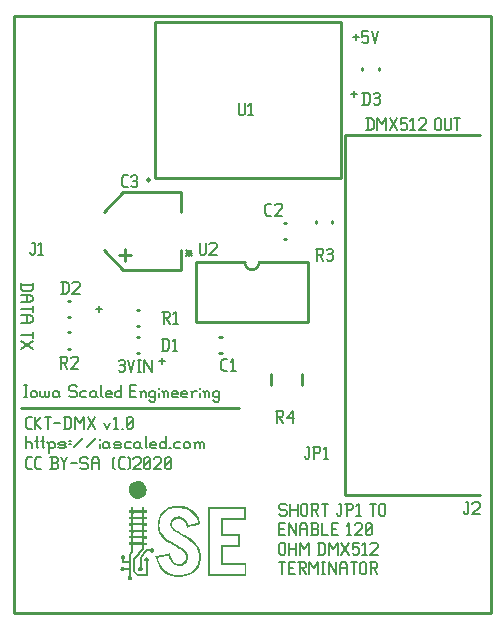
<source format=gbr>
G04 start of page 8 for group -4079 idx -4079 *
G04 Title: (unknown), topsilk *
G04 Creator: pcb 4.0.2 *
G04 CreationDate: Thu Jul  2 20:29:10 2020 UTC *
G04 For: ndholmes *
G04 Format: Gerber/RS-274X *
G04 PCB-Dimensions (mil): 3600.00 2000.00 *
G04 PCB-Coordinate-Origin: lower left *
%MOIN*%
%FSLAX25Y25*%
%LNTOPSILK*%
%ADD48C,0.0080*%
%ADD47C,0.0100*%
%ADD46C,0.0001*%
G54D46*G36*
X39043Y11709D02*X38647Y11980D01*
X38511Y12425D01*
X38565Y12740D01*
X38761Y12990D01*
X38891Y13104D01*
Y14986D01*
X38218D01*
X37741Y14981D01*
X37545Y14964D01*
X37453Y14840D01*
X37100Y14617D01*
X36672D01*
X36373Y14807D01*
X36189Y15100D01*
X36162Y15431D01*
X36270Y15724D01*
X36487Y15946D01*
X36802Y16066D01*
X37182Y16012D01*
X37491Y15773D01*
X37556Y15675D01*
X38224D01*
X38891Y15670D01*
Y17167D01*
X36558D01*
Y17900D01*
X36553Y18627D01*
X36455Y18697D01*
X36287Y18876D01*
X36178Y19093D01*
X36189Y19527D01*
X36373Y19815D01*
X36661Y19994D01*
X36997Y20026D01*
X37290Y19923D01*
X37513Y19701D01*
X37632Y19381D01*
X37578Y19006D01*
X37339Y18697D01*
X37242Y18627D01*
Y17851D01*
X38891D01*
Y20156D01*
X39357Y20748D01*
X39829Y21339D01*
Y23406D01*
X38918D01*
Y24193D01*
X43302D01*
Y25566D01*
X40486D01*
Y24193D01*
X39829D01*
Y25566D01*
X38918D01*
Y26325D01*
X39819D01*
Y27692D01*
X40502Y27719D01*
X40497Y27057D01*
X40491Y26586D01*
X40502Y26368D01*
X40567Y26358D01*
X40790Y26347D01*
X41224Y26341D01*
X41907Y26336D01*
X43302D01*
Y27719D01*
X40502D01*
X39819Y27692D01*
X38918D01*
Y28452D01*
X39829D01*
X40486Y28479D01*
X43302D01*
Y29852D01*
X40486D01*
Y28479D01*
X39829Y28452D01*
Y29824D01*
X38918D01*
Y30584D01*
X39819D01*
X39829Y31962D01*
X40486Y32005D01*
Y31327D01*
X40491Y30844D01*
X40508Y30627D01*
X40920Y30617D01*
X41907Y30611D01*
X43291D01*
X43296Y31300D01*
Y31316D01*
X43307Y32005D01*
X40486D01*
X39829Y31962D01*
X38918D01*
Y32722D01*
X39819D01*
Y34094D01*
X40502Y34148D01*
X40497Y33492D01*
X40491Y33015D01*
X40502Y32797D01*
X40567Y32787D01*
X40790Y32776D01*
X41224Y32770D01*
X41907Y32765D01*
X43307D01*
X43296Y33459D01*
X43291Y34148D01*
X40502D01*
X39819Y34094D01*
X38918D01*
Y34854D01*
X39829D01*
Y36096D01*
X40486D01*
Y34854D01*
X43302D01*
Y36096D01*
X43991D01*
Y34854D01*
X44902D01*
Y34094D01*
X43991D01*
Y32694D01*
X44902D01*
Y31935D01*
X43991D01*
Y30541D01*
X44902D01*
Y29781D01*
X43991D01*
Y28408D01*
X44902D01*
Y27649D01*
X43991D01*
Y26255D01*
X44902D01*
Y25495D01*
X43991D01*
Y24122D01*
X44902D01*
Y23336D01*
X43991D01*
X43985Y22750D01*
Y22158D01*
X42569Y20368D01*
X41148Y18583D01*
Y14574D01*
X42124Y13597D01*
X44544D01*
Y15719D01*
X44539Y16543D01*
Y17216D01*
X44533Y17672D01*
X44528Y17834D01*
X44403Y17927D01*
X44159Y18393D01*
X44294Y18909D01*
X44870Y19218D01*
X45472Y18947D01*
X45629Y18382D01*
X45331Y17872D01*
X45233Y17802D01*
Y12914D01*
X41842D01*
X40486Y14270D01*
Y18844D01*
X41896Y20623D01*
X43302Y22403D01*
Y23341D01*
X40486D01*
Y21003D01*
X39574Y19853D01*
Y13022D01*
X39640Y12990D01*
X39819Y12821D01*
X39949Y12588D01*
X39916Y12073D01*
X39569Y11693D01*
X39303Y11633D01*
X39043Y11644D01*
Y11709D01*
G37*
G36*
X54885Y12729D02*X53067Y13071D01*
X51483Y13793D01*
X50376Y14671D01*
X49432Y15778D01*
X48570Y17341D01*
X47924Y19196D01*
X47826Y19565D01*
X50246Y20081D01*
X51179Y20281D01*
X51955Y20444D01*
X52481Y20547D01*
X52682Y20580D01*
X52736Y20368D01*
X52785Y20118D01*
X52867Y19782D01*
X53230Y18757D01*
X53745Y17932D01*
X54391Y17324D01*
X55162Y16961D01*
X55400Y16918D01*
X55796Y16901D01*
X56187Y16918D01*
X56442Y16961D01*
X57462Y17547D01*
X58021Y18583D01*
X58075Y19212D01*
X58021Y19809D01*
X58623Y19983D01*
X58661Y18567D01*
X58303Y17617D01*
X57673Y16885D01*
X56816Y16424D01*
X55780Y16256D01*
X54451Y16559D01*
X53382Y17384D01*
X52590Y18627D01*
X52389Y19153D01*
X52243Y19657D01*
X52194Y19826D01*
X52145Y19842D01*
X51993Y19815D01*
X51635Y19739D01*
X51109Y19625D01*
X50479Y19489D01*
X49329Y19245D01*
X48792Y19126D01*
X48629Y19077D01*
Y19044D01*
X48678Y18860D01*
X48803Y18491D01*
X48949Y18084D01*
X49074Y17758D01*
X50072Y15979D01*
X51358Y14650D01*
X52932Y13782D01*
X54803Y13364D01*
X55199Y13353D01*
X55747D01*
X56295Y13369D01*
X56718Y13402D01*
X58048Y13657D01*
X59209Y14091D01*
X60109Y14623D01*
X60863Y15279D01*
X61466Y16060D01*
X61932Y16966D01*
X62160Y17661D01*
X62317Y18447D01*
X62366Y19402D01*
X62317Y20336D01*
X62090Y21323D01*
X61732Y22213D01*
X61211Y23032D01*
X60527Y23813D01*
X59827Y24459D01*
X59019Y25056D01*
X57945Y25717D01*
X56453Y26547D01*
X55308Y27182D01*
X54516Y27660D01*
X53963Y28061D01*
X53534Y28463D01*
X52986Y29249D01*
X52818Y30117D01*
X52964Y31159D01*
X53398Y31973D01*
X54103Y32537D01*
X55058Y32819D01*
X55639Y32836D01*
X56214Y32770D01*
X56984Y32477D01*
X57652Y31951D01*
X58227Y31186D01*
X58721Y30166D01*
X58807Y29966D01*
X58867Y29922D01*
X59030Y29971D01*
X59409Y30074D01*
X59919Y30226D01*
X60505Y30394D01*
X61081Y30562D01*
X61580Y30714D01*
X61938Y30817D01*
X62079Y30861D01*
X62052Y30985D01*
X61965Y31262D01*
X61840Y31604D01*
X61721Y31919D01*
X61043Y33134D01*
X60153Y34138D01*
X59079Y34913D01*
X57825Y35440D01*
X56068Y35743D01*
X54147Y35657D01*
X52400Y35196D01*
X51000Y34360D01*
X50300Y33633D01*
X49758Y32749D01*
X49389Y31723D01*
X49188Y30573D01*
X49161Y29797D01*
X49199Y29087D01*
X49438Y28105D01*
X49877Y27199D01*
X50517Y26358D01*
X51380Y25566D01*
X51922Y25159D01*
X52552Y24746D01*
X53355Y24269D01*
X54440Y23661D01*
X55167Y23260D01*
X55709Y22951D01*
X56133Y22696D01*
X56507Y22457D01*
X57939Y21247D01*
X58623Y19983D01*
X58021Y19809D01*
X57424Y20878D01*
X56165Y21925D01*
X55802Y22158D01*
X55395Y22403D01*
X54879Y22696D01*
X54185Y23075D01*
X52807Y23851D01*
X51792Y24480D01*
X51017Y25045D01*
X50360Y25625D01*
X49611Y26466D01*
X49074Y27350D01*
X48656Y28533D01*
X48526Y29846D01*
X48618Y31132D01*
X48911Y32331D01*
X49671Y33855D01*
X50832Y35038D01*
X52362Y35863D01*
X54234Y36302D01*
X55693Y36384D01*
X57077Y36259D01*
X58352Y35933D01*
X59491Y35407D01*
X60630Y34561D01*
X61569Y33476D01*
X62296Y32174D01*
X62789Y30671D01*
X62849Y30416D01*
X60647Y29776D01*
X59784Y29532D01*
X59079Y29331D01*
X58601Y29201D01*
X58422Y29157D01*
X58346Y29358D01*
X58118Y29960D01*
X57858Y30535D01*
X57098Y31604D01*
X56149Y32136D01*
X55514Y32201D01*
X54863Y32152D01*
X54006Y31680D01*
X53669Y31219D01*
X53485Y30622D01*
X53447Y30139D01*
X53485Y29727D01*
X53832Y29076D01*
X54559Y28408D01*
X54912Y28164D01*
X55351Y27888D01*
X55926Y27562D01*
X56697Y27139D01*
X57565Y26667D01*
X58248Y26282D01*
X58807Y25951D01*
X59285Y25642D01*
X60511Y24714D01*
X61477Y23726D01*
X62204Y22674D01*
X62692Y21534D01*
X62968Y20162D01*
X62974Y18730D01*
X62719Y17330D01*
X62209Y16066D01*
X61412Y14948D01*
X60370Y14037D01*
X59100Y13359D01*
X57635Y12914D01*
X56257Y12740D01*
X54885Y12735D01*
Y12729D01*
G37*
G36*
X65470Y24535D02*X66110Y24540D01*
X66104Y13641D01*
X77530D01*
Y16798D01*
X69756D01*
Y23319D01*
X75441D01*
Y26488D01*
X69756D01*
Y32271D01*
X77216D01*
Y35440D01*
X66121D01*
X66110Y24540D01*
X65470Y24535D01*
Y36064D01*
X77850D01*
Y31653D01*
X70390D01*
Y27133D01*
X76071D01*
Y22723D01*
X70407D01*
X70396Y20091D01*
X70390Y17460D01*
X78154D01*
Y13022D01*
X65470D01*
Y24535D01*
G37*
G36*
X42607Y14623D02*X42325Y14812D01*
X42146Y15100D01*
X42141Y15534D01*
X42368Y15887D01*
X42499Y15979D01*
X42510Y16440D01*
X42515Y17552D01*
Y19126D01*
X43611Y20504D01*
X44701Y21887D01*
X46031D01*
X46117Y22007D01*
X46345Y22202D01*
X46497Y22267D01*
X46703Y22278D01*
X46904Y22272D01*
X47056Y22202D01*
X47278Y22012D01*
X47414Y21768D01*
X47430Y21486D01*
X47365Y21214D01*
X47089Y20927D01*
X46703Y20813D01*
X46145Y21062D01*
X46020Y21198D01*
X45032D01*
X44115Y20043D01*
X43204Y18887D01*
Y15990D01*
X43307Y15919D01*
X43567Y15523D01*
X43535Y15024D01*
X43150Y14650D01*
X42607Y14617D01*
Y14623D01*
G37*
G36*
X41441Y38782D02*X40556Y39069D01*
X39791Y39628D01*
X39243Y40360D01*
X38956Y41223D01*
X38918Y41863D01*
X38999Y42482D01*
X39309Y43247D01*
X39829Y43898D01*
X40676Y44473D01*
X41647Y44716D01*
X42656Y44629D01*
X43600Y44202D01*
X44153Y43697D01*
X44577Y43079D01*
X44810Y42395D01*
X44880Y41668D01*
X44772Y40941D01*
X44506Y40268D01*
X44099Y39720D01*
X43584Y39275D01*
X42982Y38955D01*
X42331Y38782D01*
X41880Y38760D01*
X41441Y38782D01*
G37*
G54D47*X500Y199500D02*X159500D01*
Y500D01*
X500D01*
Y199500D01*
X3000Y69000D02*X75500D01*
X47500Y180000D02*Y171000D01*
G54D48*X118500Y165500D02*Y161500D01*
X119800Y165500D02*X120500Y164800D01*
Y162200D01*
X119800Y161500D02*X120500Y162200D01*
X118000Y161500D02*X119800D01*
X118000Y165500D02*X119800D01*
X121700D02*Y161500D01*
Y165500D02*X123200Y163500D01*
X124700Y165500D01*
Y161500D01*
X125900D02*X128400Y165500D01*
X125900D02*X128400Y161500D01*
X129600Y165500D02*X131600D01*
X129600D02*Y163500D01*
X130100Y164000D01*
X131100D01*
X131600Y163500D01*
Y162000D01*
X131100Y161500D02*X131600Y162000D01*
X130100Y161500D02*X131100D01*
X129600Y162000D02*X130100Y161500D01*
X132800Y164700D02*X133600Y165500D01*
Y161500D01*
X132800D02*X134300D01*
X135500Y165000D02*X136000Y165500D01*
X137500D01*
X138000Y165000D01*
Y164000D01*
X135500Y161500D02*X138000Y164000D01*
X135500Y161500D02*X138000D01*
X141000Y165000D02*Y162000D01*
Y165000D02*X141500Y165500D01*
X142500D01*
X143000Y165000D01*
Y162000D01*
X142500Y161500D02*X143000Y162000D01*
X141500Y161500D02*X142500D01*
X141000Y162000D02*X141500Y161500D01*
X144200Y165500D02*Y162000D01*
X144700Y161500D01*
X145700D01*
X146200Y162000D01*
Y165500D02*Y162000D01*
X147400Y165500D02*X149400D01*
X148400D02*Y161500D01*
X113000Y173500D02*X115000D01*
X114000Y174500D02*Y172500D01*
X91000Y37000D02*X91500Y36500D01*
X89500Y37000D02*X91000D01*
X89000Y36500D02*X89500Y37000D01*
X89000Y36500D02*Y35500D01*
X89500Y35000D01*
X91000D01*
X91500Y34500D01*
Y33500D01*
X91000Y33000D02*X91500Y33500D01*
X89500Y33000D02*X91000D01*
X89000Y33500D02*X89500Y33000D01*
X92700Y37000D02*Y33000D01*
X95200Y37000D02*Y33000D01*
X92700Y35000D02*X95200D01*
X96400Y36500D02*Y33500D01*
Y36500D02*X96900Y37000D01*
X97900D01*
X98400Y36500D01*
Y33500D01*
X97900Y33000D02*X98400Y33500D01*
X96900Y33000D02*X97900D01*
X96400Y33500D02*X96900Y33000D01*
X99600Y37000D02*X101600D01*
X102100Y36500D01*
Y35500D01*
X101600Y35000D02*X102100Y35500D01*
X100100Y35000D02*X101600D01*
X100100Y37000D02*Y33000D01*
X100900Y35000D02*X102100Y33000D01*
X103300Y37000D02*X105300D01*
X104300D02*Y33000D01*
X109000Y37000D02*X109800D01*
Y33500D01*
X109300Y33000D02*X109800Y33500D01*
X108800Y33000D02*X109300D01*
X108300Y33500D02*X108800Y33000D01*
X108300Y34000D02*Y33500D01*
X111500Y37000D02*Y33000D01*
X111000Y37000D02*X113000D01*
X113500Y36500D01*
Y35500D01*
X113000Y35000D02*X113500Y35500D01*
X111500Y35000D02*X113000D01*
X114700Y36200D02*X115500Y37000D01*
Y33000D01*
X114700D02*X116200D01*
X119200Y37000D02*X121200D01*
X120200D02*Y33000D01*
X122400Y36500D02*Y33500D01*
Y36500D02*X122900Y37000D01*
X123900D01*
X124400Y36500D01*
Y33500D01*
X123900Y33000D02*X124400Y33500D01*
X122900Y33000D02*X123900D01*
X122400Y33500D02*X122900Y33000D01*
X89000Y28700D02*X90500D01*
X89000Y26500D02*X91000D01*
X89000Y30500D02*Y26500D01*
Y30500D02*X91000D01*
X92200D02*Y26500D01*
Y30500D02*X94700Y26500D01*
Y30500D02*Y26500D01*
X95900Y29500D02*Y26500D01*
Y29500D02*X96600Y30500D01*
X97700D01*
X98400Y29500D01*
Y26500D01*
X95900Y28500D02*X98400D01*
X99600Y26500D02*X101600D01*
X102100Y27000D01*
Y28200D02*Y27000D01*
X101600Y28700D02*X102100Y28200D01*
X100100Y28700D02*X101600D01*
X100100Y30500D02*Y26500D01*
X99600Y30500D02*X101600D01*
X102100Y30000D01*
Y29200D01*
X101600Y28700D02*X102100Y29200D01*
X103300Y30500D02*Y26500D01*
X105300D01*
X106500Y28700D02*X108000D01*
X106500Y26500D02*X108500D01*
X106500Y30500D02*Y26500D01*
Y30500D02*X108500D01*
X111500Y29700D02*X112300Y30500D01*
Y26500D01*
X111500D02*X113000D01*
X114200Y30000D02*X114700Y30500D01*
X116200D01*
X116700Y30000D01*
Y29000D01*
X114200Y26500D02*X116700Y29000D01*
X114200Y26500D02*X116700D01*
X117900Y27000D02*X118400Y26500D01*
X117900Y30000D02*Y27000D01*
Y30000D02*X118400Y30500D01*
X119400D01*
X119900Y30000D01*
Y27000D01*
X119400Y26500D02*X119900Y27000D01*
X118400Y26500D02*X119400D01*
X117900Y27500D02*X119900Y29500D01*
X89000Y17500D02*X91000D01*
X90000D02*Y13500D01*
X92200Y15700D02*X93700D01*
X92200Y13500D02*X94200D01*
X92200Y17500D02*Y13500D01*
Y17500D02*X94200D01*
X95400D02*X97400D01*
X97900Y17000D01*
Y16000D01*
X97400Y15500D02*X97900Y16000D01*
X95900Y15500D02*X97400D01*
X95900Y17500D02*Y13500D01*
X96700Y15500D02*X97900Y13500D01*
X99100Y17500D02*Y13500D01*
Y17500D02*X100600Y15500D01*
X102100Y17500D01*
Y13500D01*
X103300Y17500D02*X104300D01*
X103800D02*Y13500D01*
X103300D02*X104300D01*
X105500Y17500D02*Y13500D01*
Y17500D02*X108000Y13500D01*
Y17500D02*Y13500D01*
X109200Y16500D02*Y13500D01*
Y16500D02*X109900Y17500D01*
X111000D01*
X111700Y16500D01*
Y13500D01*
X109200Y15500D02*X111700D01*
X112900Y17500D02*X114900D01*
X113900D02*Y13500D01*
X116100Y17000D02*Y14000D01*
Y17000D02*X116600Y17500D01*
X117600D01*
X118100Y17000D01*
Y14000D01*
X117600Y13500D02*X118100Y14000D01*
X116600Y13500D02*X117600D01*
X116100Y14000D02*X116600Y13500D01*
X119300Y17500D02*X121300D01*
X121800Y17000D01*
Y16000D01*
X121300Y15500D02*X121800Y16000D01*
X119800Y15500D02*X121300D01*
X119800Y17500D02*Y13500D01*
X120600Y15500D02*X121800Y13500D01*
X89000Y23500D02*Y20500D01*
Y23500D02*X89500Y24000D01*
X90500D01*
X91000Y23500D01*
Y20500D01*
X90500Y20000D02*X91000Y20500D01*
X89500Y20000D02*X90500D01*
X89000Y20500D02*X89500Y20000D01*
X92200Y24000D02*Y20000D01*
X94700Y24000D02*Y20000D01*
X92200Y22000D02*X94700D01*
X95900Y24000D02*Y20000D01*
Y24000D02*X97400Y22000D01*
X98900Y24000D01*
Y20000D01*
X102400Y24000D02*Y20000D01*
X103700Y24000D02*X104400Y23300D01*
Y20700D01*
X103700Y20000D02*X104400Y20700D01*
X101900Y20000D02*X103700D01*
X101900Y24000D02*X103700D01*
X105600D02*Y20000D01*
Y24000D02*X107100Y22000D01*
X108600Y24000D01*
Y20000D01*
X109800D02*X112300Y24000D01*
X109800D02*X112300Y20000D01*
X113500Y24000D02*X115500D01*
X113500D02*Y22000D01*
X114000Y22500D01*
X115000D01*
X115500Y22000D01*
Y20500D01*
X115000Y20000D02*X115500Y20500D01*
X114000Y20000D02*X115000D01*
X113500Y20500D02*X114000Y20000D01*
X116700Y23200D02*X117500Y24000D01*
Y20000D01*
X116700D02*X118200D01*
X119400Y23500D02*X119900Y24000D01*
X121400D01*
X121900Y23500D01*
Y22500D01*
X119400Y20000D02*X121900Y22500D01*
X119400Y20000D02*X121900D01*
X113500Y192500D02*X115500D01*
X114500Y193500D02*Y191500D01*
X116700Y194500D02*X118700D01*
X116700D02*Y192500D01*
X117200Y193000D01*
X118200D01*
X118700Y192500D01*
Y191000D01*
X118200Y190500D02*X118700Y191000D01*
X117200Y190500D02*X118200D01*
X116700Y191000D02*X117200Y190500D01*
X119900Y194500D02*X120900Y190500D01*
X121900Y194500D01*
X3000Y110000D02*X7000D01*
Y108700D02*X6300Y108000D01*
X3700D02*X6300D01*
X3000Y108700D02*X3700Y108000D01*
X3000Y110500D02*Y108700D01*
X7000Y110500D02*Y108700D01*
X3000Y106800D02*X6000D01*
X7000Y106100D01*
Y105000D01*
X6000Y104300D01*
X3000D02*X6000D01*
X5000Y106800D02*Y104300D01*
X7000Y103100D02*Y101100D01*
X3000Y102100D02*X7000D01*
X3000Y99900D02*X6000D01*
X7000Y99200D01*
Y98100D01*
X6000Y97400D01*
X3000D02*X6000D01*
X5000Y99900D02*Y97400D01*
X7000Y94400D02*Y92400D01*
X3000Y93400D02*X7000D01*
X3000Y91200D02*X7000Y88700D01*
Y91200D02*X3000Y88700D01*
X5200Y62000D02*X6500D01*
X4500Y62700D02*X5200Y62000D01*
X4500Y65300D02*Y62700D01*
Y65300D02*X5200Y66000D01*
X6500D01*
X7700D02*Y62000D01*
Y64000D02*X9700Y66000D01*
X7700Y64000D02*X9700Y62000D01*
X10900Y66000D02*X12900D01*
X11900D02*Y62000D01*
X14100Y64000D02*X16100D01*
X17800Y66000D02*Y62000D01*
X19100Y66000D02*X19800Y65300D01*
Y62700D01*
X19100Y62000D02*X19800Y62700D01*
X17300Y62000D02*X19100D01*
X17300Y66000D02*X19100D01*
X21000D02*Y62000D01*
Y66000D02*X22500Y64000D01*
X24000Y66000D01*
Y62000D01*
X25200D02*X27700Y66000D01*
X25200D02*X27700Y62000D01*
X30700Y64000D02*X31700Y62000D01*
X32700Y64000D02*X31700Y62000D01*
X33900Y65200D02*X34700Y66000D01*
Y62000D01*
X33900D02*X35400D01*
X36600D02*X37100D01*
X38300Y62500D02*X38800Y62000D01*
X38300Y65500D02*Y62500D01*
Y65500D02*X38800Y66000D01*
X39800D01*
X40300Y65500D01*
Y62500D01*
X39800Y62000D02*X40300Y62500D01*
X38800Y62000D02*X39800D01*
X38300Y63000D02*X40300Y65000D01*
X5200Y48500D02*X6500D01*
X4500Y49200D02*X5200Y48500D01*
X4500Y51800D02*Y49200D01*
Y51800D02*X5200Y52500D01*
X6500D01*
X8400Y48500D02*X9700D01*
X7700Y49200D02*X8400Y48500D01*
X7700Y51800D02*Y49200D01*
Y51800D02*X8400Y52500D01*
X9700D01*
X12700Y48500D02*X14700D01*
X15200Y49000D01*
Y50200D02*Y49000D01*
X14700Y50700D02*X15200Y50200D01*
X13200Y50700D02*X14700D01*
X13200Y52500D02*Y48500D01*
X12700Y52500D02*X14700D01*
X15200Y52000D01*
Y51200D01*
X14700Y50700D02*X15200Y51200D01*
X16400Y52500D02*X17400Y50500D01*
X18400Y52500D01*
X17400Y50500D02*Y48500D01*
X19600Y50500D02*X21600D01*
X24800Y52500D02*X25300Y52000D01*
X23300Y52500D02*X24800D01*
X22800Y52000D02*X23300Y52500D01*
X22800Y52000D02*Y51000D01*
X23300Y50500D01*
X24800D01*
X25300Y50000D01*
Y49000D01*
X24800Y48500D02*X25300Y49000D01*
X23300Y48500D02*X24800D01*
X22800Y49000D02*X23300Y48500D01*
X26500Y51500D02*Y48500D01*
Y51500D02*X27200Y52500D01*
X28300D01*
X29000Y51500D01*
Y48500D01*
X26500Y50500D02*X29000D01*
X33800Y49000D02*X34300Y48500D01*
X33800Y52000D02*X34300Y52500D01*
X33800Y52000D02*Y49000D01*
X36200Y48500D02*X37500D01*
X35500Y49200D02*X36200Y48500D01*
X35500Y51800D02*Y49200D01*
Y51800D02*X36200Y52500D01*
X37500D01*
X38700D02*X39200Y52000D01*
Y49000D01*
X38700Y48500D02*X39200Y49000D01*
X40400Y52000D02*X40900Y52500D01*
X42400D01*
X42900Y52000D01*
Y51000D01*
X40400Y48500D02*X42900Y51000D01*
X40400Y48500D02*X42900D01*
X44100Y49000D02*X44600Y48500D01*
X44100Y52000D02*Y49000D01*
Y52000D02*X44600Y52500D01*
X45600D01*
X46100Y52000D01*
Y49000D01*
X45600Y48500D02*X46100Y49000D01*
X44600Y48500D02*X45600D01*
X44100Y49500D02*X46100Y51500D01*
X47300Y52000D02*X47800Y52500D01*
X49300D01*
X49800Y52000D01*
Y51000D01*
X47300Y48500D02*X49800Y51000D01*
X47300Y48500D02*X49800D01*
X51000Y49000D02*X51500Y48500D01*
X51000Y52000D02*Y49000D01*
Y52000D02*X51500Y52500D01*
X52500D01*
X53000Y52000D01*
Y49000D01*
X52500Y48500D02*X53000Y49000D01*
X51500Y48500D02*X52500D01*
X51000Y49500D02*X53000Y51500D01*
X4500Y59500D02*Y55500D01*
Y57000D02*X5000Y57500D01*
X6000D01*
X6500Y57000D01*
Y55500D01*
X8200Y59500D02*Y56000D01*
X8700Y55500D01*
X7700Y58000D02*X8700D01*
X10200Y59500D02*Y56000D01*
X10700Y55500D01*
X9700Y58000D02*X10700D01*
X12200Y57000D02*Y54000D01*
X11700Y57500D02*X12200Y57000D01*
X12700Y57500D01*
X13700D01*
X14200Y57000D01*
Y56000D01*
X13700Y55500D02*X14200Y56000D01*
X12700Y55500D02*X13700D01*
X12200Y56000D02*X12700Y55500D01*
X15900D02*X17400D01*
X17900Y56000D01*
X17400Y56500D02*X17900Y56000D01*
X15900Y56500D02*X17400D01*
X15400Y57000D02*X15900Y56500D01*
X15400Y57000D02*X15900Y57500D01*
X17400D01*
X17900Y57000D01*
X15400Y56000D02*X15900Y55500D01*
X19100Y58000D02*X19600D01*
X19100Y57000D02*X19600D01*
X20800Y56000D02*X23800Y59000D01*
X25000Y56000D02*X28000Y59000D01*
X29200Y58500D02*Y58400D01*
Y57000D02*Y55500D01*
X31700Y57500D02*X32200Y57000D01*
X30700Y57500D02*X31700D01*
X30200Y57000D02*X30700Y57500D01*
X30200Y57000D02*Y56000D01*
X30700Y55500D01*
X32200Y57500D02*Y56000D01*
X32700Y55500D01*
X30700D02*X31700D01*
X32200Y56000D01*
X34400Y55500D02*X35900D01*
X36400Y56000D01*
X35900Y56500D02*X36400Y56000D01*
X34400Y56500D02*X35900D01*
X33900Y57000D02*X34400Y56500D01*
X33900Y57000D02*X34400Y57500D01*
X35900D01*
X36400Y57000D01*
X33900Y56000D02*X34400Y55500D01*
X38100Y57500D02*X39600D01*
X37600Y57000D02*X38100Y57500D01*
X37600Y57000D02*Y56000D01*
X38100Y55500D01*
X39600D01*
X42300Y57500D02*X42800Y57000D01*
X41300Y57500D02*X42300D01*
X40800Y57000D02*X41300Y57500D01*
X40800Y57000D02*Y56000D01*
X41300Y55500D01*
X42800Y57500D02*Y56000D01*
X43300Y55500D01*
X41300D02*X42300D01*
X42800Y56000D01*
X44500Y59500D02*Y56000D01*
X45000Y55500D01*
X46500D02*X48000D01*
X46000Y56000D02*X46500Y55500D01*
X46000Y57000D02*Y56000D01*
Y57000D02*X46500Y57500D01*
X47500D01*
X48000Y57000D01*
X46000Y56500D02*X48000D01*
Y57000D02*Y56500D01*
X51200Y59500D02*Y55500D01*
X50700D02*X51200Y56000D01*
X49700Y55500D02*X50700D01*
X49200Y56000D02*X49700Y55500D01*
X49200Y57000D02*Y56000D01*
Y57000D02*X49700Y57500D01*
X50700D01*
X51200Y57000D01*
X52400Y55500D02*X52900D01*
X54600Y57500D02*X56100D01*
X54100Y57000D02*X54600Y57500D01*
X54100Y57000D02*Y56000D01*
X54600Y55500D01*
X56100D01*
X57300Y57000D02*Y56000D01*
Y57000D02*X57800Y57500D01*
X58800D01*
X59300Y57000D01*
Y56000D01*
X58800Y55500D02*X59300Y56000D01*
X57800Y55500D02*X58800D01*
X57300Y56000D02*X57800Y55500D01*
X61000Y57000D02*Y55500D01*
Y57000D02*X61500Y57500D01*
X62000D01*
X62500Y57000D01*
Y55500D01*
Y57000D02*X63000Y57500D01*
X63500D01*
X64000Y57000D01*
Y55500D01*
X60500Y57500D02*X61000Y57000D01*
X28000Y102000D02*X30000D01*
X29000Y103000D02*Y101000D01*
X58000Y121500D02*X60000Y119500D01*
X58000D02*X60000Y121500D01*
X58000Y120500D02*X60000D01*
X59000Y121500D02*Y119500D01*
X4000Y76500D02*X5000D01*
X4500D02*Y72500D01*
X4000D02*X5000D01*
X6200Y74000D02*Y73000D01*
Y74000D02*X6700Y74500D01*
X7700D01*
X8200Y74000D01*
Y73000D01*
X7700Y72500D02*X8200Y73000D01*
X6700Y72500D02*X7700D01*
X6200Y73000D02*X6700Y72500D01*
X9400Y74500D02*Y73000D01*
X9900Y72500D01*
X10400D01*
X10900Y73000D01*
Y74500D02*Y73000D01*
X11400Y72500D01*
X11900D01*
X12400Y73000D01*
Y74500D02*Y73000D01*
X15100Y74500D02*X15600Y74000D01*
X14100Y74500D02*X15100D01*
X13600Y74000D02*X14100Y74500D01*
X13600Y74000D02*Y73000D01*
X14100Y72500D01*
X15600Y74500D02*Y73000D01*
X16100Y72500D01*
X14100D02*X15100D01*
X15600Y73000D01*
X21100Y76500D02*X21600Y76000D01*
X19600Y76500D02*X21100D01*
X19100Y76000D02*X19600Y76500D01*
X19100Y76000D02*Y75000D01*
X19600Y74500D01*
X21100D01*
X21600Y74000D01*
Y73000D01*
X21100Y72500D02*X21600Y73000D01*
X19600Y72500D02*X21100D01*
X19100Y73000D02*X19600Y72500D01*
X23300Y74500D02*X24800D01*
X22800Y74000D02*X23300Y74500D01*
X22800Y74000D02*Y73000D01*
X23300Y72500D01*
X24800D01*
X27500Y74500D02*X28000Y74000D01*
X26500Y74500D02*X27500D01*
X26000Y74000D02*X26500Y74500D01*
X26000Y74000D02*Y73000D01*
X26500Y72500D01*
X28000Y74500D02*Y73000D01*
X28500Y72500D01*
X26500D02*X27500D01*
X28000Y73000D01*
X29700Y76500D02*Y73000D01*
X30200Y72500D01*
X31700D02*X33200D01*
X31200Y73000D02*X31700Y72500D01*
X31200Y74000D02*Y73000D01*
Y74000D02*X31700Y74500D01*
X32700D01*
X33200Y74000D01*
X31200Y73500D02*X33200D01*
Y74000D02*Y73500D01*
X36400Y76500D02*Y72500D01*
X35900D02*X36400Y73000D01*
X34900Y72500D02*X35900D01*
X34400Y73000D02*X34900Y72500D01*
X34400Y74000D02*Y73000D01*
Y74000D02*X34900Y74500D01*
X35900D01*
X36400Y74000D01*
X39400Y74700D02*X40900D01*
X39400Y72500D02*X41400D01*
X39400Y76500D02*Y72500D01*
Y76500D02*X41400D01*
X43100Y74000D02*Y72500D01*
Y74000D02*X43600Y74500D01*
X44100D01*
X44600Y74000D01*
Y72500D01*
X42600Y74500D02*X43100Y74000D01*
X47300Y74500D02*X47800Y74000D01*
X46300Y74500D02*X47300D01*
X45800Y74000D02*X46300Y74500D01*
X45800Y74000D02*Y73000D01*
X46300Y72500D01*
X47300D01*
X47800Y73000D01*
X45800Y71500D02*X46300Y71000D01*
X47300D01*
X47800Y71500D01*
Y74500D02*Y71500D01*
X49000Y75500D02*Y75400D01*
Y74000D02*Y72500D01*
X50500Y74000D02*Y72500D01*
Y74000D02*X51000Y74500D01*
X51500D01*
X52000Y74000D01*
Y72500D01*
X50000Y74500D02*X50500Y74000D01*
X53700Y72500D02*X55200D01*
X53200Y73000D02*X53700Y72500D01*
X53200Y74000D02*Y73000D01*
Y74000D02*X53700Y74500D01*
X54700D01*
X55200Y74000D01*
X53200Y73500D02*X55200D01*
Y74000D02*Y73500D01*
X56900Y72500D02*X58400D01*
X56400Y73000D02*X56900Y72500D01*
X56400Y74000D02*Y73000D01*
Y74000D02*X56900Y74500D01*
X57900D01*
X58400Y74000D01*
X56400Y73500D02*X58400D01*
Y74000D02*Y73500D01*
X60100Y74000D02*Y72500D01*
Y74000D02*X60600Y74500D01*
X61600D01*
X59600D02*X60100Y74000D01*
X62800Y75500D02*Y75400D01*
Y74000D02*Y72500D01*
X64300Y74000D02*Y72500D01*
Y74000D02*X64800Y74500D01*
X65300D01*
X65800Y74000D01*
Y72500D01*
X63800Y74500D02*X64300Y74000D01*
X68500Y74500D02*X69000Y74000D01*
X67500Y74500D02*X68500D01*
X67000Y74000D02*X67500Y74500D01*
X67000Y74000D02*Y73000D01*
X67500Y72500D01*
X68500D01*
X69000Y73000D01*
X67000Y71500D02*X67500Y71000D01*
X68500D01*
X69000Y71500D01*
Y74500D02*Y71500D01*
X35500Y84500D02*X36000Y85000D01*
X37000D01*
X37500Y84500D01*
X37000Y81000D02*X37500Y81500D01*
X36000Y81000D02*X37000D01*
X35500Y81500D02*X36000Y81000D01*
Y83200D02*X37000D01*
X37500Y84500D02*Y83700D01*
Y82700D02*Y81500D01*
Y82700D02*X37000Y83200D01*
X37500Y83700D02*X37000Y83200D01*
X38700Y85000D02*X39700Y81000D01*
X40700Y85000D01*
X41900D02*X42900D01*
X42400D02*Y81000D01*
X41900D02*X42900D01*
X44100Y85000D02*Y81000D01*
Y85000D02*X46600Y81000D01*
Y85000D02*Y81000D01*
X49000Y84500D02*X51000D01*
X50000Y85500D02*Y83500D01*
G54D47*X18607Y94255D02*X19393D01*
X18607Y88745D02*X19393D01*
X18564Y104755D02*X19350D01*
X18564Y99245D02*X19350D01*
X122255Y182393D02*Y181607D01*
X116745Y182393D02*Y181607D01*
X69107Y87245D02*X69893D01*
X69107Y92755D02*X69893D01*
X41607D02*X42393D01*
X41607Y87245D02*X42393D01*
X96814Y80468D02*Y76532D01*
X86186Y80468D02*Y76532D01*
X61400Y117500D02*Y97500D01*
X98600D01*
Y117500D01*
X61400D02*X77500D01*
X98600D02*X82500D01*
X77500D02*G75*G03X82500Y117500I2500J0D01*G01*
X90607Y130755D02*X91393D01*
X90607Y125245D02*X91393D01*
X101245Y131393D02*Y130607D01*
X106755Y131393D02*Y130607D01*
X47500Y197500D02*X109500D01*
X47500Y145500D02*X109500D01*
X47500Y197500D02*Y145500D01*
X109500Y197500D02*Y145500D01*
X45000Y145000D02*G75*G03X45000Y145000I500J0D01*G01*
X56492Y121504D02*Y115008D01*
Y140992D02*Y134496D01*
X37004Y140992D02*X56492D01*
X37004Y115008D02*X56492D01*
X37004Y140992D02*X30508Y134496D01*
X37004Y115008D02*X30508Y121504D01*
X37500Y122000D02*Y118000D01*
X35500Y120000D02*X39500D01*
X41607Y96245D02*X42393D01*
X41607Y101755D02*X42393D01*
X111000Y160000D02*X156000D01*
X111000Y40000D02*X156000D01*
X111000Y160000D02*Y40000D01*
G54D48*X15950Y86150D02*X17950D01*
X18450Y85650D01*
Y84650D01*
X17950Y84150D02*X18450Y84650D01*
X16450Y84150D02*X17950D01*
X16450Y86150D02*Y82150D01*
X17250Y84150D02*X18450Y82150D01*
X19650Y85650D02*X20150Y86150D01*
X21650D01*
X22150Y85650D01*
Y84650D01*
X19650Y82150D02*X22150Y84650D01*
X19650Y82150D02*X22150D01*
X16850Y111150D02*Y107150D01*
X18150Y111150D02*X18850Y110450D01*
Y107850D01*
X18150Y107150D02*X18850Y107850D01*
X16350Y107150D02*X18150D01*
X16350Y111150D02*X18150D01*
X20050Y110650D02*X20550Y111150D01*
X22050D01*
X22550Y110650D01*
Y109650D01*
X20050Y107150D02*X22550Y109650D01*
X20050Y107150D02*X22550D01*
X117307Y174150D02*Y170150D01*
X118607Y174150D02*X119307Y173450D01*
Y170850D01*
X118607Y170150D02*X119307Y170850D01*
X116807Y170150D02*X118607D01*
X116807Y174150D02*X118607D01*
X120507Y173650D02*X121007Y174150D01*
X122007D01*
X122507Y173650D01*
X122007Y170150D02*X122507Y170650D01*
X121007Y170150D02*X122007D01*
X120507Y170650D02*X121007Y170150D01*
Y172350D02*X122007D01*
X122507Y173650D02*Y172850D01*
Y171850D02*Y170650D01*
Y171850D02*X122007Y172350D01*
X122507Y172850D02*X122007Y172350D01*
X75500Y170500D02*Y167000D01*
X76000Y166500D01*
X77000D01*
X77500Y167000D01*
Y170500D02*Y167000D01*
X78700Y169700D02*X79500Y170500D01*
Y166500D01*
X78700D02*X80200D01*
X98200Y56000D02*X99000D01*
Y52500D01*
X98500Y52000D02*X99000Y52500D01*
X98000Y52000D02*X98500D01*
X97500Y52500D02*X98000Y52000D01*
X97500Y53000D02*Y52500D01*
X100700Y56000D02*Y52000D01*
X100200Y56000D02*X102200D01*
X102700Y55500D01*
Y54500D01*
X102200Y54000D02*X102700Y54500D01*
X100700Y54000D02*X102200D01*
X103900Y55200D02*X104700Y56000D01*
Y52000D01*
X103900D02*X105400D01*
X70519Y81236D02*X71819D01*
X69819Y81936D02*X70519Y81236D01*
X69819Y84536D02*Y81936D01*
Y84536D02*X70519Y85236D01*
X71819D01*
X73019Y84436D02*X73819Y85236D01*
Y81236D01*
X73019D02*X74519D01*
X87850Y68150D02*X89850D01*
X90350Y67650D01*
Y66650D01*
X89850Y66150D02*X90350Y66650D01*
X88350Y66150D02*X89850D01*
X88350Y68150D02*Y64150D01*
X89150Y66150D02*X90350Y64150D01*
X91550Y65650D02*X93550Y68150D01*
X91550Y65650D02*X94050D01*
X93550Y68150D02*Y64150D01*
X62500Y124000D02*Y120500D01*
X63000Y120000D01*
X64000D01*
X64500Y120500D01*
Y124000D02*Y120500D01*
X65700Y123500D02*X66200Y124000D01*
X67700D01*
X68200Y123500D01*
Y122500D01*
X65700Y120000D02*X68200Y122500D01*
X65700Y120000D02*X68200D01*
X37200Y142500D02*X38500D01*
X36500Y143200D02*X37200Y142500D01*
X36500Y145800D02*Y143200D01*
Y145800D02*X37200Y146500D01*
X38500D01*
X39700Y146000D02*X40200Y146500D01*
X41200D01*
X41700Y146000D01*
X41200Y142500D02*X41700Y143000D01*
X40200Y142500D02*X41200D01*
X39700Y143000D02*X40200Y142500D01*
Y144700D02*X41200D01*
X41700Y146000D02*Y145200D01*
Y144200D02*Y143000D01*
Y144200D02*X41200Y144700D01*
X41700Y145200D02*X41200Y144700D01*
X85007Y133150D02*X86307D01*
X84307Y133850D02*X85007Y133150D01*
X84307Y136450D02*Y133850D01*
Y136450D02*X85007Y137150D01*
X86307D01*
X87507Y136650D02*X88007Y137150D01*
X89507D01*
X90007Y136650D01*
Y135650D01*
X87507Y133150D02*X90007Y135650D01*
X87507Y133150D02*X90007D01*
X101250Y122150D02*X103250D01*
X103750Y121650D01*
Y120650D01*
X103250Y120150D02*X103750Y120650D01*
X101750Y120150D02*X103250D01*
X101750Y122150D02*Y118150D01*
X102550Y120150D02*X103750Y118150D01*
X104950Y121650D02*X105450Y122150D01*
X106450D01*
X106950Y121650D01*
X106450Y118150D02*X106950Y118650D01*
X105450Y118150D02*X106450D01*
X104950Y118650D02*X105450Y118150D01*
Y120350D02*X106450D01*
X106950Y121650D02*Y120850D01*
Y119850D02*Y118650D01*
Y119850D02*X106450Y120350D01*
X106950Y120850D02*X106450Y120350D01*
X6700Y124000D02*X7500D01*
Y120500D01*
X7000Y120000D02*X7500Y120500D01*
X6500Y120000D02*X7000D01*
X6000Y120500D02*X6500Y120000D01*
X6000Y121000D02*Y120500D01*
X8700Y123200D02*X9500Y124000D01*
Y120000D01*
X8700D02*X10200D01*
X50121Y101150D02*X52121D01*
X52621Y100650D01*
Y99650D01*
X52121Y99150D02*X52621Y99650D01*
X50621Y99150D02*X52121D01*
X50621Y101150D02*Y97150D01*
X51421Y99150D02*X52621Y97150D01*
X53821Y100350D02*X54621Y101150D01*
Y97150D01*
X53821D02*X55321D01*
X50450Y92150D02*Y88150D01*
X51750Y92150D02*X52450Y91450D01*
Y88850D01*
X51750Y88150D02*X52450Y88850D01*
X49950Y88150D02*X51750D01*
X49950Y92150D02*X51750D01*
X53650Y91350D02*X54450Y92150D01*
Y88150D01*
X53650D02*X55150D01*
X151357Y37500D02*X152157D01*
Y34000D01*
X151657Y33500D02*X152157Y34000D01*
X151157Y33500D02*X151657D01*
X150657Y34000D02*X151157Y33500D01*
X150657Y34500D02*Y34000D01*
X153357Y37000D02*X153857Y37500D01*
X155357D01*
X155857Y37000D01*
Y36000D01*
X153357Y33500D02*X155857Y36000D01*
X153357Y33500D02*X155857D01*
M02*

</source>
